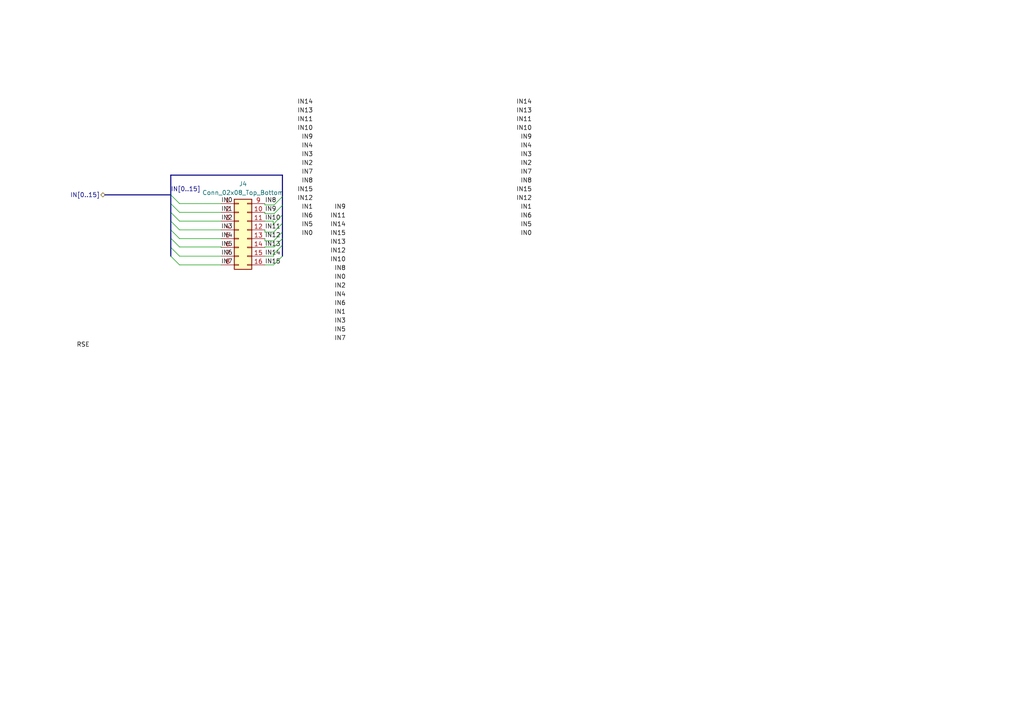
<source format=kicad_sch>
(kicad_sch (version 20250114) (generator "eeschema") (generator_version "9.0")
  (paper "A4")
  (lib_symbols
    (symbol "Connector_Generic:Conn_02x08_Top_Bottom" (pin_names (offset 1.016) (hide yes))
      (property "Reference" "J" (at 1.27 10.16 0))
      (property "Value" "Conn_02x08_Top_Bottom" (at 1.27 -12.7 0))
      (symbol "Conn_02x08_Top_Bottom_1_1"
        (rectangle (start -1.27 8.89) (end 3.81 -11.43) (stroke (width 0.254)) (fill (type background)))
        (rectangle (start -1.27 7.747) (end 0 7.493) (stroke (width 0.1524)))
        (rectangle (start -1.27 5.207) (end 0 4.953) (stroke (width 0.1524)))
        (rectangle (start -1.27 2.667) (end 0 2.413) (stroke (width 0.1524)))
        (rectangle (start -1.27 0.127) (end 0 -0.127) (stroke (width 0.1524)))
        (rectangle (start -1.27 -2.413) (end 0 -2.667) (stroke (width 0.1524)))
        (rectangle (start -1.27 -4.953) (end 0 -5.207) (stroke (width 0.1524)))
        (rectangle (start -1.27 -7.493) (end 0 -7.747) (stroke (width 0.1524)))
        (rectangle (start -1.27 -10.033) (end 0 -10.287) (stroke (width 0.1524)))
        (rectangle (start 3.81 7.747) (end 2.54 7.493) (stroke (width 0.1524)))
        (rectangle (start 3.81 5.207) (end 2.54 4.953) (stroke (width 0.1524)))
        (rectangle (start 3.81 2.667) (end 2.54 2.413) (stroke (width 0.1524)))
        (rectangle (start 3.81 0.127) (end 2.54 -0.127) (stroke (width 0.1524)))
        (rectangle (start 3.81 -2.413) (end 2.54 -2.667) (stroke (width 0.1524)))
        (rectangle (start 3.81 -4.953) (end 2.54 -5.207) (stroke (width 0.1524)))
        (rectangle (start 3.81 -7.493) (end 2.54 -7.747) (stroke (width 0.1524)))
        (rectangle (start 3.81 -10.033) (end 2.54 -10.287) (stroke (width 0.1524)))
        (pin passive line (at -5.08 7.62 0) (length 3.81) (name "Pin_1") (number "1"))
        (pin passive line (at -5.08 5.08 0) (length 3.81) (name "Pin_2") (number "2"))
        (pin passive line (at -5.08 2.54 0) (length 3.81) (name "Pin_3") (number "3"))
        (pin passive line (at -5.08 0 0) (length 3.81) (name "Pin_4") (number "4"))
        (pin passive line (at -5.08 -2.54 0) (length 3.81) (name "Pin_5") (number "5"))
        (pin passive line (at -5.08 -5.08 0) (length 3.81) (name "Pin_6") (number "6"))
        (pin passive line (at -5.08 -7.62 0) (length 3.81) (name "Pin_7") (number "7"))
        (pin passive line (at -5.08 -10.16 0) (length 3.81) (name "Pin_8") (number "8"))
        (pin passive line (at 7.62 7.62 180) (length 3.81) (name "Pin_9") (number "9"))
        (pin passive line (at 7.62 5.08 180) (length 3.81) (name "Pin_10") (number "10"))
        (pin passive line (at 7.62 2.54 180) (length 3.81) (name "Pin_11") (number "11"))
        (pin passive line (at 7.62 0 180) (length 3.81) (name "Pin_12") (number "12"))
        (pin passive line (at 7.62 -2.54 180) (length 3.81) (name "Pin_13") (number "13"))
        (pin passive line (at 7.62 -5.08 180) (length 3.81) (name "Pin_14") (number "14"))
        (pin passive line (at 7.62 -7.62 180) (length 3.81) (name "Pin_15") (number "15"))
        (pin passive line (at 7.62 -10.16 180) (length 3.81) (name "Pin_16") (number "16"))
      )
    )
  )
  (bus_entry (at 81.788 62.484) (size -2.54 2.54))
  (bus_entry (at 82.042 59.436) (size -2.54 2.54))
  (bus_entry (at 81.915 64.77) (size -2.54 2.54))
  (bus_entry (at 49.53 56.515) (size 2.54 2.54))
  (bus_entry (at 81.915 71.12) (size -2.54 2.54))
  (bus_entry (at 49.53 64.135) (size 2.54 2.54))
  (bus_entry (at 49.53 61.595) (size 2.54 2.54))
  (bus_entry (at 49.53 71.755) (size 2.54 2.54))
  (bus_entry (at 82.042 56.896) (size -2.54 2.54))
  (bus_entry (at 81.915 67.31) (size -2.54 2.54))
  (bus_entry (at 49.53 66.675) (size 2.54 2.54))
  (bus_entry (at 49.53 59.055) (size 2.54 2.54))
  (bus_entry (at 49.53 69.088) (size 2.54 2.54))
  (bus_entry (at 49.53 74.295) (size 2.54 2.54))
  (bus_entry (at 81.915 74.295) (size -2.54 2.54))
  (bus_entry (at 82.042 69.088) (size -2.54 2.54))
  (wire (pts (xy 79.502 71.628) (xy 76.835 71.628)))
  (bus (pts (xy 49.53 61.595) (xy 49.53 64.135)))
  (wire (pts (xy 76.835 71.628) (xy 76.835 71.755)))
  (bus (pts (xy 49.53 56.515) (xy 49.53 59.055)))
  (bus (pts (xy 49.53 50.8) (xy 49.53 56.515)))
  (wire (pts (xy 79.375 74.295) (xy 76.835 74.295)))
  (wire (pts (xy 76.835 67.31) (xy 76.835 66.675)))
  (wire (pts (xy 52.07 69.215) (xy 64.135 69.215)))
  (wire (pts (xy 79.375 67.31) (xy 76.835 67.31)))
  (bus (pts (xy 49.53 66.675) (xy 49.53 69.088)))
  (bus (pts (xy 81.915 50.8) (xy 81.915 64.77)))
  (wire (pts (xy 76.835 61.976) (xy 76.835 61.595)))
  (wire (pts (xy 76.835 59.436) (xy 76.835 59.055)))
  (wire (pts (xy 79.375 73.66) (xy 79.375 74.295)))
  (bus (pts (xy 30.48 56.515) (xy 49.53 56.515)))
  (wire (pts (xy 52.07 74.295) (xy 64.135 74.295)))
  (wire (pts (xy 52.07 71.628) (xy 64.135 71.628)))
  (wire (pts (xy 52.07 64.135) (xy 64.135 64.135)))
  (wire (pts (xy 76.835 69.85) (xy 76.835 69.215)))
  (wire (pts (xy 52.07 66.675) (xy 64.135 66.675)))
  (wire (pts (xy 79.248 65.024) (xy 79.248 64.135)))
  (wire (pts (xy 79.248 64.135) (xy 76.835 64.135)))
  (bus (pts (xy 49.53 71.755) (xy 49.53 74.295)))
  (bus (pts (xy 49.53 69.088) (xy 49.53 71.755)))
  (wire (pts (xy 79.502 59.436) (xy 76.835 59.436)))
  (wire (pts (xy 52.07 59.055) (xy 64.135 59.055)))
  (wire (pts (xy 79.502 61.976) (xy 76.835 61.976)))
  (bus (pts (xy 49.53 50.8) (xy 81.915 50.8)))
  (wire (pts (xy 76.835 76.835) (xy 79.375 76.835)))
  (bus (pts (xy 49.53 59.055) (xy 49.53 61.595)))
  (bus (pts (xy 49.53 64.135) (xy 49.53 66.675)))
  (bus (pts (xy 81.915 67.31) (xy 81.915 71.12)))
  (wire (pts (xy 52.07 76.835) (xy 64.135 76.835)))
  (wire (pts (xy 64.135 71.628) (xy 64.135 71.755)))
  (wire (pts (xy 52.07 61.595) (xy 64.135 61.595)))
  (bus (pts (xy 81.915 64.77) (xy 81.915 67.31)))
  (wire (pts (xy 79.375 69.85) (xy 76.835 69.85)))
  (bus (pts (xy 81.915 71.12) (xy 81.915 74.295)))
  (label "IN3" (at 100.33 93.98 180))
  (label "IN9" (at 76.835 61.595 0))
  (label "IN14" (at 100.33 66.04 180))
  (label "IN5" (at 64.135 71.755 0))
  (label "IN1" (at 64.135 61.595 0))
  (label "IN12" (at 100.33 73.66 180))
  (label "IN6" (at 90.805 63.5 180))
  (label "IN2" (at 100.33 83.82 180))
  (label "IN6" (at 64.135 74.295 0))
  (label "IN2" (at 64.135 64.135 0))
  (label "IN7" (at 100.33 99.06 180))
  (label "IN10" (at 154.305 38.1 180))
  (label "IN1" (at 100.33 91.44 180))
  (label "RSE" (at 26.035 100.965 180))
  (label "IN13" (at 90.805 33.02 180))
  (label "IN14" (at 154.305 30.48 180))
  (label "IN8" (at 100.33 78.74 180))
  (label "IN11" (at 76.835 66.675 0))
  (label "IN9" (at 90.805 40.64 180))
  (label "IN13" (at 100.33 71.12 180))
  (label "IN10" (at 90.805 38.1 180))
  (label "IN10" (at 100.33 76.2 180))
  (label "IN13" (at 76.835 71.755 0))
  (label "IN11" (at 100.33 63.5 180))
  (label "IN0" (at 64.135 59.055 0))
  (label "IN1" (at 90.805 60.96 180))
  (label "IN14" (at 76.835 74.295 0))
  (label "IN1" (at 154.305 60.96 180))
  (label "IN14" (at 90.805 30.48 180))
  (label "IN15" (at 76.835 76.835 0))
  (label "IN3" (at 90.805 45.72 180))
  (label "IN4" (at 154.305 43.18 180))
  (label "IN0" (at 90.805 68.58 180))
  (label "IN12" (at 154.305 58.42 180))
  (label "IN12" (at 76.835 69.215 0))
  (label "IN11" (at 154.305 35.56 180))
  (label "IN6" (at 154.305 63.5 180))
  (label "IN15" (at 100.33 68.58 180))
  (label "IN15" (at 90.805 55.88 180))
  (label "IN5" (at 90.805 66.04 180))
  (label "IN7" (at 154.305 50.8 180))
  (label "IN4" (at 90.805 43.18 180))
  (label "IN13" (at 154.305 33.02 180))
  (label "IN[0..15]" (at 49.53 55.88 0))
  (label "IN7" (at 90.805 50.8 180))
  (label "IN5" (at 100.33 96.52 180))
  (label "IN5" (at 154.305 66.04 180))
  (label "IN0" (at 154.305 68.58 180))
  (label "IN9" (at 100.33 60.96 180))
  (label "IN7" (at 64.135 76.835 0))
  (label "IN0" (at 100.33 81.28 180))
  (label "IN4" (at 100.33 86.36 180))
  (label "IN3" (at 154.305 45.72 180))
  (label "IN15" (at 154.305 55.88 180))
  (label "IN3" (at 64.135 66.675 0))
  (label "IN2" (at 90.805 48.26 180))
  (label "IN8" (at 154.305 53.34 180))
  (label "IN8" (at 90.805 53.34 180))
  (label "IN8" (at 76.835 59.055 0))
  (label "IN10" (at 76.835 64.135 0))
  (label "IN12" (at 90.805 58.42 180))
  (label "IN2" (at 154.305 48.26 180))
  (label "IN6" (at 100.33 88.9 180))
  (label "IN9" (at 154.305 40.64 180))
  (label "IN11" (at 90.805 35.56 180))
  (label "IN4" (at 64.135 69.215 0))
  (hierarchical_label "IN[0..15]" (shape tri_state) (at 30.48 56.515 180))
  (symbol (lib_id "Connector_Generic:Conn_02x08_Top_Bottom") (at 69.215 66.675 0) (unit 1)
    (property "Reference" "J4" (at 70.485 53.34 0))
    (property "Value" "Conn_02x08_Top_Bottom" (at 70.485 55.88 0))
    (property "Footprint" "Connector_PinHeader_2.54mm:PinHeader_2x08_P2.54mm_Vertical" (effects (hide yes)))
    (property "Description" "Generic connector, double row, 02x08, top/bottom pin numbering scheme (row 1: 1...pins_per_row, row2: pins_per_row+1 ... num_pins), script generated (kicad-library-utils/schlib/autogen/connector/)" (effects (hide yes)))
    (instances (project "AOS16 Double Buffer" (path "" (reference "J4") (unit 1)) (path "" (reference "J2") (unit 1)) (path "" (reference "J5") (unit 1)) (path "" (reference "J3") (unit 1))) (project "AOS16 Double Buffer" (path "" (reference "J4") (unit 1))))
  )
)
</source>
